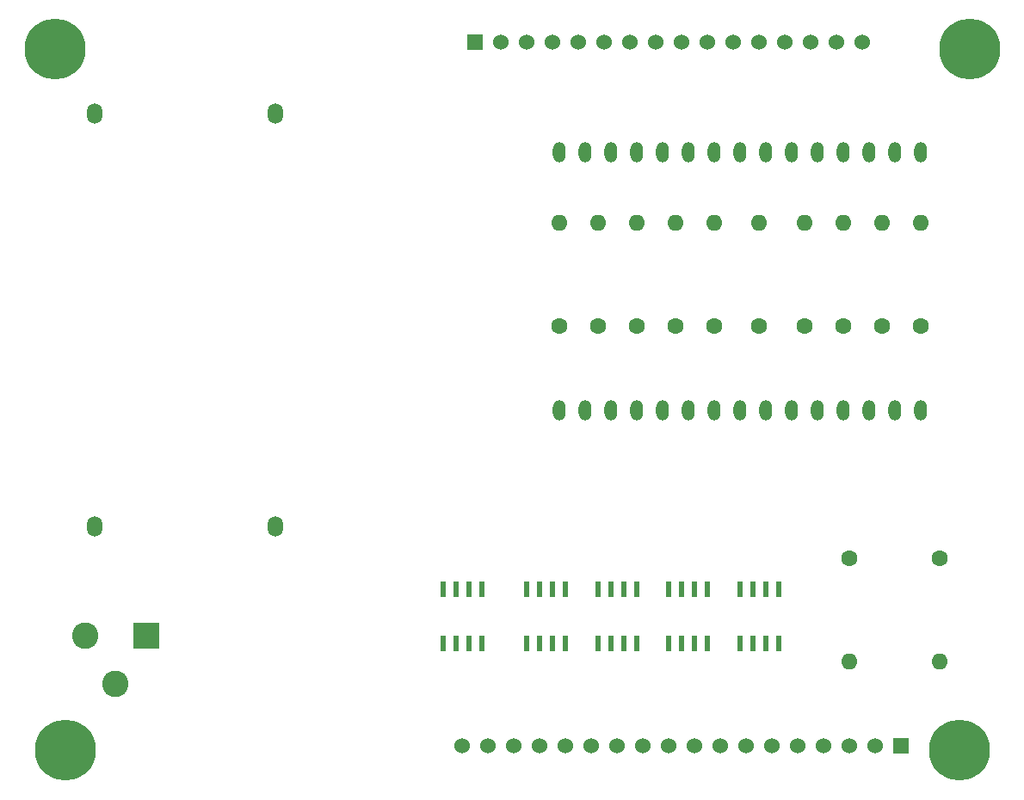
<source format=gts>
G04 #@! TF.FileFunction,Soldermask,Top*
%FSLAX46Y46*%
G04 Gerber Fmt 4.6, Leading zero omitted, Abs format (unit mm)*
G04 Created by KiCad (PCBNEW 4.0.7) date 04/07/18 01:33:42*
%MOMM*%
%LPD*%
G01*
G04 APERTURE LIST*
%ADD10C,0.100000*%
%ADD11O,1.500000X2.000000*%
%ADD12R,2.600000X2.600000*%
%ADD13C,2.600000*%
%ADD14C,1.524000*%
%ADD15R,1.524000X1.524000*%
%ADD16R,0.600000X1.550000*%
%ADD17C,1.600000*%
%ADD18O,1.600000X1.600000*%
%ADD19O,1.270000X2.000000*%
%ADD20C,6.000000*%
G04 APERTURE END LIST*
D10*
D11*
X48895000Y-41275000D03*
X48895000Y-81915000D03*
X66675000Y-41275000D03*
X66675000Y-81915000D03*
D12*
X53975000Y-92710000D03*
D13*
X47975000Y-92710000D03*
X50975000Y-97410000D03*
D14*
X104140000Y-34290000D03*
X106680000Y-34290000D03*
X101600000Y-34290000D03*
X109220000Y-34290000D03*
X99060000Y-34290000D03*
X111760000Y-34290000D03*
X96520000Y-34290000D03*
X114300000Y-34290000D03*
X93980000Y-34290000D03*
X116840000Y-34290000D03*
X91440000Y-34290000D03*
X119380000Y-34290000D03*
X88900000Y-34290000D03*
X121920000Y-34290000D03*
D15*
X86360000Y-34290000D03*
D14*
X124460000Y-34290000D03*
X110490000Y-103505000D03*
X107950000Y-103505000D03*
X113030000Y-103505000D03*
X105410000Y-103505000D03*
X115570000Y-103505000D03*
X102870000Y-103505000D03*
X118110000Y-103505000D03*
X100330000Y-103505000D03*
X120650000Y-103505000D03*
X97790000Y-103505000D03*
X123190000Y-103505000D03*
X95250000Y-103505000D03*
X125730000Y-103505000D03*
X92710000Y-103505000D03*
D15*
X128270000Y-103505000D03*
D14*
X90170000Y-103505000D03*
X87630000Y-103505000D03*
X85090000Y-103505000D03*
D16*
X102235000Y-88105000D03*
X100965000Y-88105000D03*
X99695000Y-88105000D03*
X98425000Y-88105000D03*
X98425000Y-93505000D03*
X99695000Y-93505000D03*
X100965000Y-93505000D03*
X102235000Y-93505000D03*
X116205000Y-88105000D03*
X114935000Y-88105000D03*
X113665000Y-88105000D03*
X112395000Y-88105000D03*
X112395000Y-93505000D03*
X113665000Y-93505000D03*
X114935000Y-93505000D03*
X116205000Y-93505000D03*
X95250000Y-88105000D03*
X93980000Y-88105000D03*
X92710000Y-88105000D03*
X91440000Y-88105000D03*
X91440000Y-93505000D03*
X92710000Y-93505000D03*
X93980000Y-93505000D03*
X95250000Y-93505000D03*
X86995000Y-88105000D03*
X85725000Y-88105000D03*
X84455000Y-88105000D03*
X83185000Y-88105000D03*
X83185000Y-93505000D03*
X84455000Y-93505000D03*
X85725000Y-93505000D03*
X86995000Y-93505000D03*
X109220000Y-88105000D03*
X107950000Y-88105000D03*
X106680000Y-88105000D03*
X105410000Y-88105000D03*
X105410000Y-93505000D03*
X106680000Y-93505000D03*
X107950000Y-93505000D03*
X109220000Y-93505000D03*
D17*
X106045000Y-62230000D03*
D18*
X106045000Y-52070000D03*
D17*
X118745000Y-62230000D03*
D18*
X118745000Y-52070000D03*
D17*
X94615000Y-62230000D03*
D18*
X94615000Y-52070000D03*
D17*
X109855000Y-62230000D03*
D18*
X109855000Y-52070000D03*
D17*
X130175000Y-62230000D03*
D18*
X130175000Y-52070000D03*
D17*
X126365000Y-62230000D03*
D18*
X126365000Y-52070000D03*
D17*
X114300000Y-62230000D03*
D18*
X114300000Y-52070000D03*
D17*
X102235000Y-62230000D03*
D18*
X102235000Y-52070000D03*
D17*
X98425000Y-62230000D03*
D18*
X98425000Y-52070000D03*
D17*
X122555000Y-62230000D03*
D18*
X122555000Y-52070000D03*
D17*
X123190000Y-85090000D03*
D18*
X123190000Y-95250000D03*
D17*
X132080000Y-85090000D03*
D18*
X132080000Y-95250000D03*
D19*
X94615000Y-45085000D03*
X94615000Y-70485000D03*
X97155000Y-45085000D03*
X97155000Y-70485000D03*
X99695000Y-45085000D03*
X99695000Y-70485000D03*
X102235000Y-45085000D03*
X102235000Y-70485000D03*
X104775000Y-45085000D03*
X104775000Y-70485000D03*
X107315000Y-45085000D03*
X107315000Y-70485000D03*
X109855000Y-45085000D03*
X109855000Y-70485000D03*
X112395000Y-45085000D03*
X112395000Y-70485000D03*
X114935000Y-45085000D03*
X114935000Y-70485000D03*
X117475000Y-45085000D03*
X117475000Y-70485000D03*
X120015000Y-45085000D03*
X120015000Y-70485000D03*
X122555000Y-45085000D03*
X122555000Y-70485000D03*
X125095000Y-45085000D03*
X125095000Y-70485000D03*
X127635000Y-45085000D03*
X127635000Y-70485000D03*
X130175000Y-45085000D03*
X130175000Y-70485000D03*
D20*
X46000000Y-104000000D03*
X134000000Y-104000000D03*
X45000000Y-35000000D03*
X135000000Y-35000000D03*
M02*

</source>
